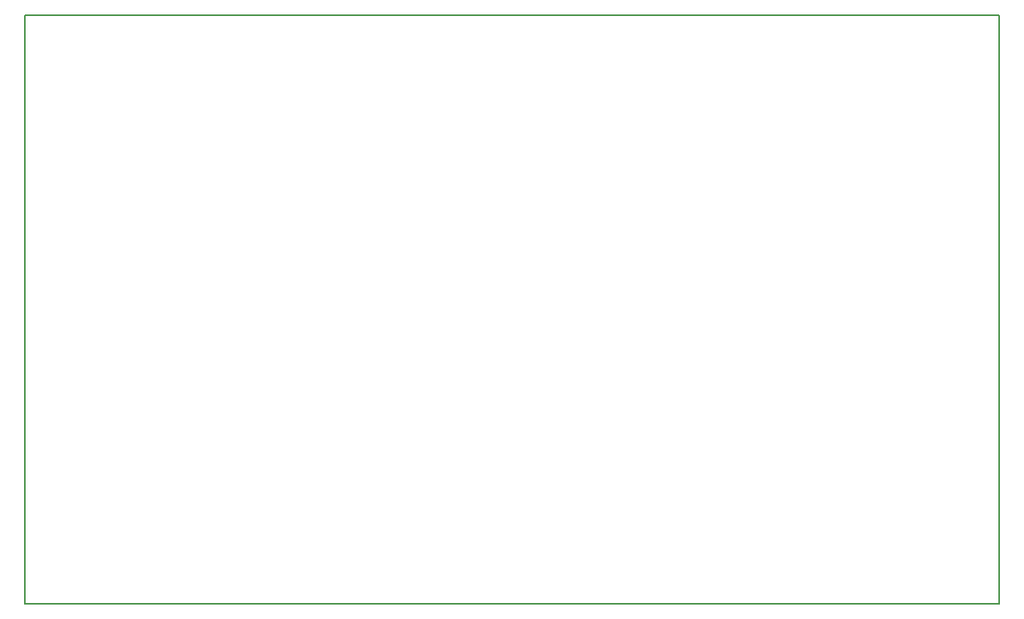
<source format=gbr>
%FSLAX35Y35*%
%MOIN*%
G04 EasyPC Gerber Version 18.0.8 Build 3632 *
%ADD11C,0.00500*%
X0Y0D02*
D02*
D11*
X250Y300D02*
X405250D01*
Y245300*
X250*
Y300*
X0Y0D02*
M02*

</source>
